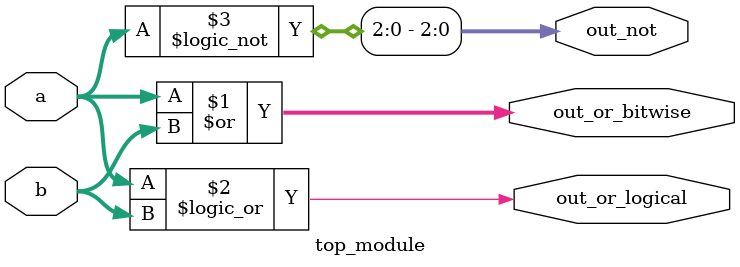
<source format=v>
module top_module( 
    input [2:0] a,
    input [2:0] b,
    output [2:0] out_or_bitwise,
    output out_or_logical,
    output [5:0] out_not
);
    assign out_or_bitwise=a|b;
    assign out_or_logical=a||b;
    assign out_not[2:0]=!a;
    
endmodule

</source>
